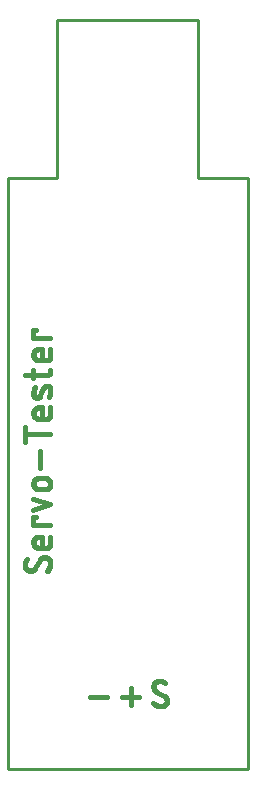
<source format=gbr>
G04 EAGLE Gerber RS-274X export*
G75*
%MOMM*%
%FSLAX34Y34*%
%LPD*%
%INSilkscreen Bottom*%
%IPPOS*%
%AMOC8*
5,1,8,0,0,1.08239X$1,22.5*%
G01*
G04 Define Apertures*
%ADD10C,0.381000*%
%ADD11C,0.254000*%
D10*
X36195Y174202D02*
X36193Y174339D01*
X36187Y174476D01*
X36177Y174613D01*
X36164Y174749D01*
X36146Y174885D01*
X36125Y175020D01*
X36099Y175155D01*
X36070Y175289D01*
X36037Y175422D01*
X36001Y175554D01*
X35960Y175685D01*
X35916Y175814D01*
X35868Y175943D01*
X35817Y176070D01*
X35761Y176195D01*
X35703Y176319D01*
X35641Y176441D01*
X35575Y176561D01*
X35506Y176680D01*
X35433Y176796D01*
X35358Y176910D01*
X35279Y177022D01*
X35197Y177132D01*
X35111Y177239D01*
X35023Y177344D01*
X34932Y177446D01*
X34838Y177546D01*
X34741Y177643D01*
X34641Y177737D01*
X34539Y177828D01*
X34434Y177916D01*
X34327Y178002D01*
X34217Y178084D01*
X34105Y178163D01*
X33991Y178238D01*
X33875Y178311D01*
X33756Y178380D01*
X33636Y178446D01*
X33514Y178508D01*
X33390Y178566D01*
X33265Y178622D01*
X33138Y178673D01*
X33009Y178721D01*
X32880Y178765D01*
X32749Y178806D01*
X32617Y178842D01*
X32484Y178875D01*
X32350Y178904D01*
X32215Y178930D01*
X32080Y178951D01*
X31944Y178969D01*
X31808Y178982D01*
X31671Y178992D01*
X31534Y178998D01*
X31397Y179000D01*
X36195Y174202D02*
X36192Y173960D01*
X36183Y173717D01*
X36169Y173475D01*
X36149Y173233D01*
X36123Y172992D01*
X36091Y172752D01*
X36053Y172512D01*
X36010Y172274D01*
X35961Y172036D01*
X35906Y171800D01*
X35846Y171565D01*
X35780Y171332D01*
X35709Y171100D01*
X35632Y170870D01*
X35549Y170642D01*
X35461Y170416D01*
X35368Y170192D01*
X35270Y169971D01*
X35166Y169752D01*
X35057Y169535D01*
X34942Y169321D01*
X34823Y169110D01*
X34699Y168902D01*
X34569Y168697D01*
X34435Y168495D01*
X34296Y168296D01*
X34153Y168101D01*
X34004Y167909D01*
X33852Y167720D01*
X33694Y167536D01*
X33533Y167355D01*
X33367Y167178D01*
X33197Y167006D01*
X19403Y167605D02*
X19266Y167607D01*
X19129Y167613D01*
X18992Y167623D01*
X18856Y167636D01*
X18720Y167654D01*
X18585Y167675D01*
X18450Y167701D01*
X18316Y167730D01*
X18183Y167763D01*
X18051Y167799D01*
X17920Y167840D01*
X17791Y167884D01*
X17662Y167932D01*
X17535Y167983D01*
X17410Y168039D01*
X17286Y168097D01*
X17164Y168159D01*
X17044Y168225D01*
X16925Y168294D01*
X16809Y168367D01*
X16695Y168442D01*
X16583Y168521D01*
X16473Y168603D01*
X16366Y168689D01*
X16261Y168777D01*
X16159Y168868D01*
X16059Y168962D01*
X15962Y169059D01*
X15868Y169159D01*
X15777Y169261D01*
X15689Y169366D01*
X15603Y169473D01*
X15521Y169583D01*
X15442Y169695D01*
X15367Y169809D01*
X15294Y169925D01*
X15225Y170044D01*
X15159Y170164D01*
X15097Y170286D01*
X15039Y170410D01*
X14983Y170535D01*
X14932Y170662D01*
X14884Y170791D01*
X14840Y170920D01*
X14799Y171051D01*
X14763Y171183D01*
X14730Y171316D01*
X14701Y171450D01*
X14675Y171585D01*
X14654Y171720D01*
X14636Y171856D01*
X14623Y171992D01*
X14613Y172129D01*
X14607Y172266D01*
X14605Y172403D01*
X14608Y172617D01*
X14615Y172832D01*
X14628Y173046D01*
X14646Y173259D01*
X14669Y173473D01*
X14697Y173685D01*
X14730Y173897D01*
X14768Y174108D01*
X14811Y174318D01*
X14859Y174527D01*
X14912Y174735D01*
X14970Y174941D01*
X15033Y175146D01*
X15101Y175349D01*
X15174Y175551D01*
X15251Y175751D01*
X15333Y175949D01*
X15420Y176145D01*
X15512Y176339D01*
X15608Y176531D01*
X15708Y176720D01*
X15814Y176907D01*
X15923Y177091D01*
X16037Y177273D01*
X16155Y177452D01*
X16278Y177628D01*
X16404Y177801D01*
X23601Y170004D02*
X23530Y169887D01*
X23456Y169772D01*
X23378Y169660D01*
X23298Y169549D01*
X23214Y169441D01*
X23127Y169335D01*
X23038Y169232D01*
X22945Y169131D01*
X22850Y169033D01*
X22752Y168938D01*
X22651Y168845D01*
X22548Y168756D01*
X22442Y168669D01*
X22334Y168585D01*
X22224Y168505D01*
X22111Y168427D01*
X21997Y168353D01*
X21880Y168281D01*
X21761Y168214D01*
X21640Y168149D01*
X21518Y168088D01*
X21394Y168030D01*
X21269Y167976D01*
X21142Y167926D01*
X21013Y167879D01*
X20883Y167835D01*
X20753Y167796D01*
X20621Y167760D01*
X20488Y167727D01*
X20354Y167699D01*
X20220Y167674D01*
X20084Y167653D01*
X19949Y167636D01*
X19813Y167622D01*
X19676Y167613D01*
X19540Y167607D01*
X19403Y167605D01*
X27199Y176601D02*
X27270Y176718D01*
X27344Y176833D01*
X27422Y176945D01*
X27502Y177056D01*
X27586Y177164D01*
X27673Y177270D01*
X27762Y177373D01*
X27855Y177473D01*
X27950Y177572D01*
X28048Y177667D01*
X28149Y177759D01*
X28252Y177849D01*
X28358Y177936D01*
X28466Y178020D01*
X28576Y178100D01*
X28689Y178178D01*
X28803Y178252D01*
X28920Y178324D01*
X29039Y178391D01*
X29159Y178456D01*
X29282Y178517D01*
X29406Y178575D01*
X29531Y178629D01*
X29658Y178679D01*
X29787Y178726D01*
X29917Y178770D01*
X30047Y178809D01*
X30179Y178845D01*
X30312Y178878D01*
X30446Y178906D01*
X30580Y178931D01*
X30716Y178952D01*
X30851Y178969D01*
X30987Y178983D01*
X31124Y178992D01*
X31260Y178998D01*
X31397Y179000D01*
X27199Y176601D02*
X23601Y170004D01*
X36195Y190594D02*
X36195Y196591D01*
X36195Y190594D02*
X36193Y190476D01*
X36187Y190359D01*
X36178Y190241D01*
X36164Y190124D01*
X36147Y190008D01*
X36126Y189892D01*
X36101Y189777D01*
X36072Y189663D01*
X36040Y189550D01*
X36004Y189437D01*
X35964Y189327D01*
X35921Y189217D01*
X35874Y189109D01*
X35824Y189003D01*
X35770Y188898D01*
X35713Y188795D01*
X35652Y188694D01*
X35589Y188595D01*
X35522Y188498D01*
X35451Y188404D01*
X35378Y188311D01*
X35302Y188222D01*
X35223Y188134D01*
X35141Y188050D01*
X35057Y187968D01*
X34969Y187889D01*
X34880Y187813D01*
X34787Y187740D01*
X34693Y187669D01*
X34596Y187602D01*
X34497Y187539D01*
X34396Y187478D01*
X34293Y187421D01*
X34188Y187367D01*
X34082Y187317D01*
X33974Y187270D01*
X33864Y187227D01*
X33754Y187187D01*
X33641Y187151D01*
X33528Y187119D01*
X33414Y187090D01*
X33299Y187065D01*
X33183Y187044D01*
X33067Y187027D01*
X32950Y187013D01*
X32832Y187004D01*
X32715Y186998D01*
X32597Y186996D01*
X32597Y186995D02*
X26599Y186995D01*
X26461Y186997D01*
X26323Y187003D01*
X26185Y187013D01*
X26047Y187027D01*
X25910Y187045D01*
X25773Y187067D01*
X25638Y187092D01*
X25502Y187122D01*
X25368Y187156D01*
X25235Y187193D01*
X25103Y187234D01*
X24972Y187279D01*
X24843Y187328D01*
X24715Y187380D01*
X24589Y187436D01*
X24464Y187496D01*
X24341Y187560D01*
X24220Y187626D01*
X24101Y187697D01*
X23984Y187770D01*
X23869Y187847D01*
X23756Y187928D01*
X23646Y188011D01*
X23539Y188098D01*
X23433Y188188D01*
X23331Y188280D01*
X23231Y188376D01*
X23134Y188474D01*
X23040Y188576D01*
X22948Y188680D01*
X22860Y188786D01*
X22775Y188895D01*
X22693Y189006D01*
X22614Y189120D01*
X22539Y189236D01*
X22467Y189354D01*
X22398Y189474D01*
X22333Y189596D01*
X22272Y189720D01*
X22214Y189846D01*
X22160Y189973D01*
X22109Y190102D01*
X22062Y190232D01*
X22019Y190363D01*
X21980Y190496D01*
X21944Y190629D01*
X21913Y190764D01*
X21885Y190899D01*
X21861Y191036D01*
X21841Y191172D01*
X21825Y191310D01*
X21813Y191448D01*
X21805Y191586D01*
X21801Y191724D01*
X21801Y191862D01*
X21805Y192000D01*
X21813Y192138D01*
X21825Y192276D01*
X21841Y192414D01*
X21861Y192550D01*
X21885Y192687D01*
X21913Y192822D01*
X21944Y192957D01*
X21980Y193090D01*
X22019Y193223D01*
X22062Y193354D01*
X22109Y193484D01*
X22160Y193613D01*
X22214Y193740D01*
X22272Y193866D01*
X22333Y193990D01*
X22398Y194112D01*
X22467Y194232D01*
X22539Y194350D01*
X22614Y194466D01*
X22693Y194580D01*
X22775Y194691D01*
X22860Y194800D01*
X22948Y194906D01*
X23040Y195010D01*
X23134Y195112D01*
X23231Y195210D01*
X23331Y195306D01*
X23433Y195398D01*
X23539Y195488D01*
X23646Y195575D01*
X23756Y195658D01*
X23869Y195739D01*
X23984Y195816D01*
X24101Y195889D01*
X24220Y195960D01*
X24341Y196026D01*
X24464Y196090D01*
X24589Y196150D01*
X24715Y196206D01*
X24843Y196258D01*
X24972Y196307D01*
X25103Y196352D01*
X25235Y196393D01*
X25368Y196430D01*
X25502Y196464D01*
X25638Y196494D01*
X25773Y196519D01*
X25910Y196541D01*
X26047Y196559D01*
X26185Y196573D01*
X26323Y196583D01*
X26461Y196589D01*
X26599Y196591D01*
X28998Y196591D01*
X28998Y186995D01*
X36195Y205917D02*
X21802Y205917D01*
X21802Y213114D01*
X24201Y213114D01*
X21802Y219009D02*
X36195Y223807D01*
X21802Y228605D01*
X26599Y236408D02*
X31397Y236408D01*
X26599Y236408D02*
X26461Y236410D01*
X26323Y236416D01*
X26185Y236426D01*
X26047Y236440D01*
X25910Y236458D01*
X25773Y236480D01*
X25638Y236505D01*
X25502Y236535D01*
X25368Y236569D01*
X25235Y236606D01*
X25103Y236647D01*
X24972Y236692D01*
X24843Y236741D01*
X24715Y236793D01*
X24589Y236849D01*
X24464Y236909D01*
X24341Y236973D01*
X24220Y237039D01*
X24101Y237110D01*
X23984Y237183D01*
X23869Y237260D01*
X23756Y237341D01*
X23646Y237424D01*
X23539Y237511D01*
X23433Y237601D01*
X23331Y237693D01*
X23231Y237789D01*
X23134Y237887D01*
X23040Y237989D01*
X22948Y238093D01*
X22860Y238199D01*
X22775Y238308D01*
X22693Y238419D01*
X22614Y238533D01*
X22539Y238649D01*
X22467Y238767D01*
X22398Y238887D01*
X22333Y239009D01*
X22272Y239133D01*
X22214Y239259D01*
X22160Y239386D01*
X22109Y239515D01*
X22062Y239645D01*
X22019Y239776D01*
X21980Y239909D01*
X21944Y240042D01*
X21913Y240177D01*
X21885Y240312D01*
X21861Y240449D01*
X21841Y240585D01*
X21825Y240723D01*
X21813Y240861D01*
X21805Y240999D01*
X21801Y241137D01*
X21801Y241275D01*
X21805Y241413D01*
X21813Y241551D01*
X21825Y241689D01*
X21841Y241827D01*
X21861Y241963D01*
X21885Y242100D01*
X21913Y242235D01*
X21944Y242370D01*
X21980Y242503D01*
X22019Y242636D01*
X22062Y242767D01*
X22109Y242897D01*
X22160Y243026D01*
X22214Y243153D01*
X22272Y243279D01*
X22333Y243403D01*
X22398Y243525D01*
X22467Y243645D01*
X22539Y243763D01*
X22614Y243879D01*
X22693Y243993D01*
X22775Y244104D01*
X22860Y244213D01*
X22948Y244319D01*
X23040Y244423D01*
X23134Y244525D01*
X23231Y244623D01*
X23331Y244719D01*
X23433Y244811D01*
X23539Y244901D01*
X23646Y244988D01*
X23756Y245071D01*
X23869Y245152D01*
X23984Y245229D01*
X24101Y245302D01*
X24220Y245373D01*
X24341Y245439D01*
X24464Y245503D01*
X24589Y245563D01*
X24715Y245619D01*
X24843Y245671D01*
X24972Y245720D01*
X25103Y245765D01*
X25235Y245806D01*
X25368Y245843D01*
X25502Y245877D01*
X25638Y245907D01*
X25773Y245932D01*
X25910Y245954D01*
X26047Y245972D01*
X26185Y245986D01*
X26323Y245996D01*
X26461Y246002D01*
X26599Y246004D01*
X31397Y246004D01*
X31535Y246002D01*
X31673Y245996D01*
X31811Y245986D01*
X31949Y245972D01*
X32086Y245954D01*
X32223Y245932D01*
X32358Y245907D01*
X32494Y245877D01*
X32628Y245843D01*
X32761Y245806D01*
X32893Y245765D01*
X33024Y245720D01*
X33153Y245671D01*
X33281Y245619D01*
X33407Y245563D01*
X33532Y245503D01*
X33655Y245439D01*
X33776Y245373D01*
X33895Y245302D01*
X34012Y245229D01*
X34127Y245152D01*
X34240Y245071D01*
X34350Y244988D01*
X34457Y244901D01*
X34563Y244811D01*
X34665Y244719D01*
X34765Y244623D01*
X34862Y244525D01*
X34956Y244423D01*
X35048Y244319D01*
X35136Y244213D01*
X35221Y244104D01*
X35303Y243993D01*
X35382Y243879D01*
X35457Y243763D01*
X35529Y243645D01*
X35598Y243525D01*
X35663Y243403D01*
X35724Y243279D01*
X35782Y243153D01*
X35836Y243026D01*
X35887Y242897D01*
X35934Y242767D01*
X35977Y242636D01*
X36016Y242503D01*
X36052Y242370D01*
X36083Y242235D01*
X36111Y242100D01*
X36135Y241963D01*
X36155Y241827D01*
X36171Y241689D01*
X36183Y241551D01*
X36191Y241413D01*
X36195Y241275D01*
X36195Y241137D01*
X36191Y240999D01*
X36183Y240861D01*
X36171Y240723D01*
X36155Y240585D01*
X36135Y240449D01*
X36111Y240312D01*
X36083Y240177D01*
X36052Y240042D01*
X36016Y239909D01*
X35977Y239776D01*
X35934Y239645D01*
X35887Y239515D01*
X35836Y239386D01*
X35782Y239259D01*
X35724Y239133D01*
X35663Y239009D01*
X35598Y238887D01*
X35529Y238767D01*
X35457Y238649D01*
X35382Y238533D01*
X35303Y238419D01*
X35221Y238308D01*
X35136Y238199D01*
X35048Y238093D01*
X34956Y237989D01*
X34862Y237887D01*
X34765Y237789D01*
X34665Y237693D01*
X34563Y237601D01*
X34457Y237511D01*
X34350Y237424D01*
X34240Y237341D01*
X34127Y237260D01*
X34012Y237183D01*
X33895Y237110D01*
X33776Y237039D01*
X33655Y236973D01*
X33532Y236909D01*
X33407Y236849D01*
X33281Y236793D01*
X33153Y236741D01*
X33024Y236692D01*
X32893Y236647D01*
X32761Y236606D01*
X32628Y236569D01*
X32494Y236535D01*
X32358Y236505D01*
X32223Y236480D01*
X32086Y236458D01*
X31949Y236440D01*
X31811Y236426D01*
X31673Y236416D01*
X31535Y236410D01*
X31397Y236408D01*
X27799Y254888D02*
X27799Y269282D01*
X36195Y282964D02*
X14605Y282964D01*
X14605Y288961D02*
X14605Y276966D01*
X36195Y299859D02*
X36195Y305856D01*
X36195Y299859D02*
X36193Y299741D01*
X36187Y299624D01*
X36178Y299506D01*
X36164Y299389D01*
X36147Y299273D01*
X36126Y299157D01*
X36101Y299042D01*
X36072Y298928D01*
X36040Y298815D01*
X36004Y298702D01*
X35964Y298592D01*
X35921Y298482D01*
X35874Y298374D01*
X35824Y298268D01*
X35770Y298163D01*
X35713Y298060D01*
X35652Y297959D01*
X35589Y297860D01*
X35522Y297763D01*
X35451Y297669D01*
X35378Y297576D01*
X35302Y297487D01*
X35223Y297399D01*
X35141Y297315D01*
X35057Y297233D01*
X34969Y297154D01*
X34880Y297078D01*
X34787Y297005D01*
X34693Y296934D01*
X34596Y296867D01*
X34497Y296804D01*
X34396Y296743D01*
X34293Y296686D01*
X34188Y296632D01*
X34082Y296582D01*
X33974Y296535D01*
X33864Y296492D01*
X33754Y296452D01*
X33641Y296416D01*
X33528Y296384D01*
X33414Y296355D01*
X33299Y296330D01*
X33183Y296309D01*
X33067Y296292D01*
X32950Y296278D01*
X32832Y296269D01*
X32715Y296263D01*
X32597Y296261D01*
X26599Y296261D01*
X26461Y296263D01*
X26323Y296269D01*
X26185Y296279D01*
X26047Y296293D01*
X25910Y296311D01*
X25773Y296333D01*
X25638Y296358D01*
X25502Y296388D01*
X25368Y296422D01*
X25235Y296459D01*
X25103Y296500D01*
X24972Y296545D01*
X24843Y296594D01*
X24715Y296646D01*
X24589Y296702D01*
X24464Y296762D01*
X24341Y296826D01*
X24220Y296892D01*
X24101Y296963D01*
X23984Y297036D01*
X23869Y297113D01*
X23756Y297194D01*
X23646Y297277D01*
X23539Y297364D01*
X23433Y297454D01*
X23331Y297546D01*
X23231Y297642D01*
X23134Y297740D01*
X23040Y297842D01*
X22948Y297946D01*
X22860Y298052D01*
X22775Y298161D01*
X22693Y298272D01*
X22614Y298386D01*
X22539Y298502D01*
X22467Y298620D01*
X22398Y298740D01*
X22333Y298862D01*
X22272Y298986D01*
X22214Y299112D01*
X22160Y299239D01*
X22109Y299368D01*
X22062Y299498D01*
X22019Y299629D01*
X21980Y299762D01*
X21944Y299895D01*
X21913Y300030D01*
X21885Y300165D01*
X21861Y300302D01*
X21841Y300438D01*
X21825Y300576D01*
X21813Y300714D01*
X21805Y300852D01*
X21801Y300990D01*
X21801Y301128D01*
X21805Y301266D01*
X21813Y301404D01*
X21825Y301542D01*
X21841Y301680D01*
X21861Y301816D01*
X21885Y301953D01*
X21913Y302088D01*
X21944Y302223D01*
X21980Y302356D01*
X22019Y302489D01*
X22062Y302620D01*
X22109Y302750D01*
X22160Y302879D01*
X22214Y303006D01*
X22272Y303132D01*
X22333Y303256D01*
X22398Y303378D01*
X22467Y303498D01*
X22539Y303616D01*
X22614Y303732D01*
X22693Y303846D01*
X22775Y303957D01*
X22860Y304066D01*
X22948Y304172D01*
X23040Y304276D01*
X23134Y304378D01*
X23231Y304476D01*
X23331Y304572D01*
X23433Y304664D01*
X23539Y304754D01*
X23646Y304841D01*
X23756Y304924D01*
X23869Y305005D01*
X23984Y305082D01*
X24101Y305155D01*
X24220Y305226D01*
X24341Y305292D01*
X24464Y305356D01*
X24589Y305416D01*
X24715Y305472D01*
X24843Y305524D01*
X24972Y305573D01*
X25103Y305618D01*
X25235Y305659D01*
X25368Y305696D01*
X25502Y305730D01*
X25638Y305760D01*
X25773Y305785D01*
X25910Y305807D01*
X26047Y305825D01*
X26185Y305839D01*
X26323Y305849D01*
X26461Y305855D01*
X26599Y305857D01*
X26599Y305856D02*
X28998Y305856D01*
X28998Y296261D01*
X27799Y316155D02*
X30198Y322152D01*
X27799Y316155D02*
X27756Y316053D01*
X27709Y315953D01*
X27659Y315854D01*
X27606Y315757D01*
X27549Y315662D01*
X27488Y315569D01*
X27425Y315479D01*
X27358Y315391D01*
X27288Y315305D01*
X27215Y315221D01*
X27140Y315141D01*
X27061Y315063D01*
X26980Y314988D01*
X26896Y314916D01*
X26809Y314847D01*
X26721Y314781D01*
X26629Y314718D01*
X26536Y314658D01*
X26441Y314602D01*
X26343Y314550D01*
X26244Y314500D01*
X26144Y314455D01*
X26041Y314413D01*
X25937Y314374D01*
X25832Y314340D01*
X25726Y314309D01*
X25619Y314282D01*
X25511Y314258D01*
X25402Y314239D01*
X25292Y314223D01*
X25182Y314212D01*
X25072Y314204D01*
X24961Y314200D01*
X24850Y314201D01*
X24740Y314205D01*
X24629Y314213D01*
X24519Y314225D01*
X24410Y314241D01*
X24301Y314260D01*
X24193Y314284D01*
X24086Y314311D01*
X23980Y314343D01*
X23875Y314378D01*
X23771Y314416D01*
X23669Y314459D01*
X23568Y314505D01*
X23469Y314554D01*
X23372Y314607D01*
X23277Y314664D01*
X23184Y314724D01*
X23093Y314787D01*
X23004Y314853D01*
X22918Y314922D01*
X22834Y314995D01*
X22753Y315070D01*
X22675Y315148D01*
X22600Y315229D01*
X22527Y315313D01*
X22458Y315399D01*
X22391Y315487D01*
X22328Y315578D01*
X22268Y315671D01*
X22211Y315766D01*
X22158Y315863D01*
X22108Y315962D01*
X22062Y316063D01*
X22020Y316165D01*
X21981Y316268D01*
X21945Y316373D01*
X21914Y316479D01*
X21886Y316586D01*
X21863Y316695D01*
X21843Y316803D01*
X21826Y316913D01*
X21814Y317023D01*
X21806Y317133D01*
X21802Y317244D01*
X21801Y317354D01*
X21801Y317355D02*
X21810Y317682D01*
X21826Y318009D01*
X21851Y318336D01*
X21883Y318662D01*
X21923Y318987D01*
X21971Y319311D01*
X22026Y319633D01*
X22090Y319955D01*
X22161Y320274D01*
X22240Y320592D01*
X22326Y320908D01*
X22420Y321222D01*
X22521Y321533D01*
X22630Y321842D01*
X22746Y322149D01*
X22870Y322452D01*
X23001Y322752D01*
X30197Y322152D02*
X30240Y322254D01*
X30287Y322354D01*
X30337Y322453D01*
X30390Y322550D01*
X30447Y322645D01*
X30508Y322738D01*
X30571Y322828D01*
X30638Y322916D01*
X30708Y323002D01*
X30781Y323086D01*
X30856Y323166D01*
X30935Y323244D01*
X31016Y323319D01*
X31100Y323391D01*
X31187Y323460D01*
X31275Y323526D01*
X31367Y323589D01*
X31460Y323649D01*
X31555Y323705D01*
X31653Y323757D01*
X31752Y323807D01*
X31852Y323852D01*
X31955Y323894D01*
X32059Y323933D01*
X32164Y323967D01*
X32270Y323998D01*
X32377Y324025D01*
X32485Y324049D01*
X32594Y324068D01*
X32704Y324084D01*
X32814Y324095D01*
X32924Y324103D01*
X33035Y324107D01*
X33146Y324106D01*
X33256Y324102D01*
X33367Y324094D01*
X33477Y324082D01*
X33586Y324066D01*
X33695Y324047D01*
X33803Y324023D01*
X33910Y323996D01*
X34016Y323964D01*
X34121Y323929D01*
X34225Y323891D01*
X34327Y323848D01*
X34428Y323802D01*
X34527Y323753D01*
X34624Y323700D01*
X34719Y323643D01*
X34812Y323583D01*
X34903Y323520D01*
X34992Y323454D01*
X35078Y323385D01*
X35162Y323312D01*
X35243Y323237D01*
X35321Y323159D01*
X35396Y323078D01*
X35469Y322994D01*
X35539Y322908D01*
X35605Y322820D01*
X35668Y322729D01*
X35728Y322636D01*
X35785Y322541D01*
X35838Y322444D01*
X35888Y322345D01*
X35934Y322244D01*
X35976Y322142D01*
X36015Y322039D01*
X36051Y321934D01*
X36082Y321828D01*
X36110Y321720D01*
X36133Y321612D01*
X36153Y321504D01*
X36170Y321394D01*
X36182Y321284D01*
X36190Y321174D01*
X36194Y321063D01*
X36195Y320953D01*
X36195Y320952D02*
X36182Y320471D01*
X36158Y319991D01*
X36123Y319511D01*
X36077Y319032D01*
X36019Y318555D01*
X35949Y318078D01*
X35869Y317604D01*
X35777Y317132D01*
X35674Y316662D01*
X35561Y316194D01*
X35436Y315730D01*
X35300Y315268D01*
X35153Y314810D01*
X34995Y314355D01*
X21802Y330694D02*
X21802Y337890D01*
X14605Y333093D02*
X32597Y333093D01*
X32715Y333095D01*
X32832Y333101D01*
X32950Y333110D01*
X33067Y333124D01*
X33183Y333141D01*
X33299Y333162D01*
X33414Y333187D01*
X33528Y333216D01*
X33641Y333248D01*
X33754Y333284D01*
X33864Y333324D01*
X33974Y333367D01*
X34082Y333414D01*
X34188Y333464D01*
X34293Y333518D01*
X34396Y333575D01*
X34497Y333636D01*
X34596Y333699D01*
X34693Y333766D01*
X34787Y333837D01*
X34880Y333910D01*
X34969Y333986D01*
X35057Y334065D01*
X35141Y334147D01*
X35223Y334231D01*
X35302Y334319D01*
X35378Y334408D01*
X35451Y334501D01*
X35522Y334595D01*
X35589Y334692D01*
X35652Y334791D01*
X35713Y334892D01*
X35770Y334995D01*
X35824Y335100D01*
X35874Y335206D01*
X35921Y335314D01*
X35964Y335424D01*
X36004Y335534D01*
X36040Y335647D01*
X36072Y335760D01*
X36101Y335874D01*
X36126Y335989D01*
X36147Y336105D01*
X36164Y336221D01*
X36178Y336338D01*
X36187Y336456D01*
X36193Y336573D01*
X36195Y336691D01*
X36195Y337890D01*
X36195Y349272D02*
X36195Y355269D01*
X36195Y349272D02*
X36193Y349154D01*
X36187Y349037D01*
X36178Y348919D01*
X36164Y348802D01*
X36147Y348686D01*
X36126Y348570D01*
X36101Y348455D01*
X36072Y348341D01*
X36040Y348228D01*
X36004Y348115D01*
X35964Y348005D01*
X35921Y347895D01*
X35874Y347787D01*
X35824Y347681D01*
X35770Y347576D01*
X35713Y347473D01*
X35652Y347372D01*
X35589Y347273D01*
X35522Y347176D01*
X35451Y347082D01*
X35378Y346989D01*
X35302Y346900D01*
X35223Y346812D01*
X35141Y346728D01*
X35057Y346646D01*
X34969Y346567D01*
X34880Y346491D01*
X34787Y346418D01*
X34693Y346347D01*
X34596Y346280D01*
X34497Y346217D01*
X34396Y346156D01*
X34293Y346099D01*
X34188Y346045D01*
X34082Y345995D01*
X33974Y345948D01*
X33864Y345905D01*
X33754Y345865D01*
X33641Y345829D01*
X33528Y345797D01*
X33414Y345768D01*
X33299Y345743D01*
X33183Y345722D01*
X33067Y345705D01*
X32950Y345691D01*
X32832Y345682D01*
X32715Y345676D01*
X32597Y345674D01*
X26599Y345674D01*
X26461Y345676D01*
X26323Y345682D01*
X26185Y345692D01*
X26047Y345706D01*
X25910Y345724D01*
X25773Y345746D01*
X25638Y345771D01*
X25502Y345801D01*
X25368Y345835D01*
X25235Y345872D01*
X25103Y345913D01*
X24972Y345958D01*
X24843Y346007D01*
X24715Y346059D01*
X24589Y346115D01*
X24464Y346175D01*
X24341Y346239D01*
X24220Y346305D01*
X24101Y346376D01*
X23984Y346449D01*
X23869Y346526D01*
X23756Y346607D01*
X23646Y346690D01*
X23539Y346777D01*
X23433Y346867D01*
X23331Y346959D01*
X23231Y347055D01*
X23134Y347153D01*
X23040Y347255D01*
X22948Y347359D01*
X22860Y347465D01*
X22775Y347574D01*
X22693Y347685D01*
X22614Y347799D01*
X22539Y347915D01*
X22467Y348033D01*
X22398Y348153D01*
X22333Y348275D01*
X22272Y348399D01*
X22214Y348525D01*
X22160Y348652D01*
X22109Y348781D01*
X22062Y348911D01*
X22019Y349042D01*
X21980Y349175D01*
X21944Y349308D01*
X21913Y349443D01*
X21885Y349578D01*
X21861Y349715D01*
X21841Y349851D01*
X21825Y349989D01*
X21813Y350127D01*
X21805Y350265D01*
X21801Y350403D01*
X21801Y350541D01*
X21805Y350679D01*
X21813Y350817D01*
X21825Y350955D01*
X21841Y351093D01*
X21861Y351229D01*
X21885Y351366D01*
X21913Y351501D01*
X21944Y351636D01*
X21980Y351769D01*
X22019Y351902D01*
X22062Y352033D01*
X22109Y352163D01*
X22160Y352292D01*
X22214Y352419D01*
X22272Y352545D01*
X22333Y352669D01*
X22398Y352791D01*
X22467Y352911D01*
X22539Y353029D01*
X22614Y353145D01*
X22693Y353259D01*
X22775Y353370D01*
X22860Y353479D01*
X22948Y353585D01*
X23040Y353689D01*
X23134Y353791D01*
X23231Y353889D01*
X23331Y353985D01*
X23433Y354077D01*
X23539Y354167D01*
X23646Y354254D01*
X23756Y354337D01*
X23869Y354418D01*
X23984Y354495D01*
X24101Y354568D01*
X24220Y354639D01*
X24341Y354705D01*
X24464Y354769D01*
X24589Y354829D01*
X24715Y354885D01*
X24843Y354937D01*
X24972Y354986D01*
X25103Y355031D01*
X25235Y355072D01*
X25368Y355109D01*
X25502Y355143D01*
X25638Y355173D01*
X25773Y355198D01*
X25910Y355220D01*
X26047Y355238D01*
X26185Y355252D01*
X26323Y355262D01*
X26461Y355268D01*
X26599Y355270D01*
X26599Y355269D02*
X28998Y355269D01*
X28998Y345674D01*
X36195Y364596D02*
X21802Y364596D01*
X21802Y371793D01*
X24201Y371793D01*
X134900Y57503D02*
X134898Y57366D01*
X134892Y57229D01*
X134882Y57092D01*
X134869Y56956D01*
X134851Y56820D01*
X134830Y56685D01*
X134804Y56550D01*
X134775Y56416D01*
X134742Y56283D01*
X134706Y56151D01*
X134665Y56020D01*
X134621Y55891D01*
X134573Y55762D01*
X134522Y55635D01*
X134466Y55510D01*
X134408Y55386D01*
X134346Y55264D01*
X134280Y55144D01*
X134211Y55025D01*
X134138Y54909D01*
X134063Y54795D01*
X133984Y54683D01*
X133902Y54573D01*
X133816Y54466D01*
X133728Y54361D01*
X133637Y54259D01*
X133543Y54159D01*
X133446Y54062D01*
X133346Y53968D01*
X133244Y53877D01*
X133139Y53789D01*
X133032Y53703D01*
X132922Y53621D01*
X132810Y53542D01*
X132696Y53467D01*
X132580Y53394D01*
X132461Y53325D01*
X132341Y53259D01*
X132219Y53197D01*
X132095Y53139D01*
X131970Y53083D01*
X131843Y53032D01*
X131714Y52984D01*
X131585Y52940D01*
X131454Y52899D01*
X131322Y52863D01*
X131189Y52830D01*
X131055Y52801D01*
X130920Y52775D01*
X130785Y52754D01*
X130649Y52736D01*
X130513Y52723D01*
X130376Y52713D01*
X130239Y52707D01*
X130102Y52705D01*
X129860Y52708D01*
X129617Y52717D01*
X129375Y52731D01*
X129133Y52751D01*
X128892Y52777D01*
X128652Y52809D01*
X128412Y52847D01*
X128174Y52890D01*
X127936Y52939D01*
X127700Y52994D01*
X127465Y53054D01*
X127232Y53120D01*
X127000Y53191D01*
X126770Y53268D01*
X126542Y53351D01*
X126316Y53439D01*
X126092Y53532D01*
X125871Y53631D01*
X125652Y53734D01*
X125435Y53843D01*
X125221Y53958D01*
X125010Y54077D01*
X124802Y54201D01*
X124597Y54331D01*
X124395Y54465D01*
X124196Y54604D01*
X124001Y54747D01*
X123809Y54896D01*
X123620Y55048D01*
X123436Y55206D01*
X123255Y55367D01*
X123078Y55533D01*
X122906Y55703D01*
X123504Y69497D02*
X123506Y69634D01*
X123512Y69771D01*
X123522Y69908D01*
X123535Y70044D01*
X123553Y70180D01*
X123574Y70315D01*
X123600Y70450D01*
X123629Y70584D01*
X123662Y70717D01*
X123698Y70849D01*
X123739Y70980D01*
X123783Y71109D01*
X123831Y71238D01*
X123882Y71365D01*
X123938Y71490D01*
X123996Y71614D01*
X124058Y71736D01*
X124124Y71856D01*
X124193Y71975D01*
X124266Y72091D01*
X124341Y72205D01*
X124420Y72317D01*
X124502Y72427D01*
X124588Y72534D01*
X124676Y72639D01*
X124767Y72741D01*
X124861Y72841D01*
X124958Y72938D01*
X125058Y73032D01*
X125160Y73123D01*
X125265Y73211D01*
X125372Y73297D01*
X125482Y73379D01*
X125594Y73458D01*
X125708Y73533D01*
X125824Y73606D01*
X125943Y73675D01*
X126063Y73741D01*
X126185Y73803D01*
X126309Y73861D01*
X126434Y73917D01*
X126561Y73968D01*
X126690Y74016D01*
X126819Y74060D01*
X126950Y74101D01*
X127082Y74137D01*
X127215Y74170D01*
X127349Y74199D01*
X127484Y74225D01*
X127619Y74246D01*
X127755Y74264D01*
X127891Y74277D01*
X128028Y74287D01*
X128165Y74293D01*
X128302Y74295D01*
X128516Y74292D01*
X128731Y74285D01*
X128945Y74272D01*
X129158Y74254D01*
X129372Y74231D01*
X129584Y74203D01*
X129796Y74170D01*
X130007Y74132D01*
X130217Y74089D01*
X130426Y74041D01*
X130634Y73988D01*
X130840Y73930D01*
X131045Y73867D01*
X131248Y73799D01*
X131450Y73726D01*
X131650Y73649D01*
X131848Y73567D01*
X132044Y73480D01*
X132238Y73388D01*
X132430Y73292D01*
X132619Y73192D01*
X132806Y73086D01*
X132990Y72977D01*
X133172Y72863D01*
X133351Y72745D01*
X133527Y72622D01*
X133700Y72496D01*
X125904Y65299D02*
X125787Y65370D01*
X125672Y65444D01*
X125560Y65522D01*
X125449Y65602D01*
X125341Y65686D01*
X125235Y65773D01*
X125132Y65862D01*
X125031Y65955D01*
X124933Y66050D01*
X124838Y66148D01*
X124745Y66249D01*
X124656Y66352D01*
X124569Y66458D01*
X124485Y66566D01*
X124405Y66676D01*
X124327Y66789D01*
X124253Y66903D01*
X124181Y67020D01*
X124114Y67139D01*
X124049Y67260D01*
X123988Y67382D01*
X123930Y67506D01*
X123876Y67631D01*
X123826Y67758D01*
X123779Y67887D01*
X123735Y68017D01*
X123696Y68147D01*
X123660Y68279D01*
X123627Y68412D01*
X123599Y68546D01*
X123574Y68680D01*
X123553Y68816D01*
X123536Y68951D01*
X123522Y69087D01*
X123513Y69224D01*
X123507Y69360D01*
X123505Y69497D01*
X132501Y61701D02*
X132618Y61630D01*
X132733Y61556D01*
X132845Y61478D01*
X132956Y61398D01*
X133064Y61314D01*
X133170Y61227D01*
X133273Y61138D01*
X133373Y61045D01*
X133472Y60950D01*
X133567Y60852D01*
X133659Y60751D01*
X133749Y60648D01*
X133836Y60542D01*
X133920Y60434D01*
X134000Y60324D01*
X134078Y60211D01*
X134152Y60097D01*
X134224Y59980D01*
X134291Y59861D01*
X134356Y59741D01*
X134417Y59618D01*
X134475Y59494D01*
X134529Y59369D01*
X134579Y59242D01*
X134626Y59113D01*
X134670Y58983D01*
X134709Y58853D01*
X134745Y58721D01*
X134778Y58588D01*
X134806Y58454D01*
X134831Y58320D01*
X134852Y58184D01*
X134869Y58049D01*
X134883Y57913D01*
X134892Y57776D01*
X134898Y57640D01*
X134900Y57503D01*
X132501Y61701D02*
X125904Y65299D01*
X111298Y61101D02*
X96905Y61101D01*
X104102Y53904D02*
X104102Y68298D01*
X84298Y61101D02*
X69905Y61101D01*
D11*
X0Y0D02*
X203200Y0D01*
X203200Y500000D01*
X161639Y500000D01*
X161639Y633890D01*
X41623Y633890D01*
X41623Y500000D01*
X0Y500000D01*
X0Y0D01*
M02*

</source>
